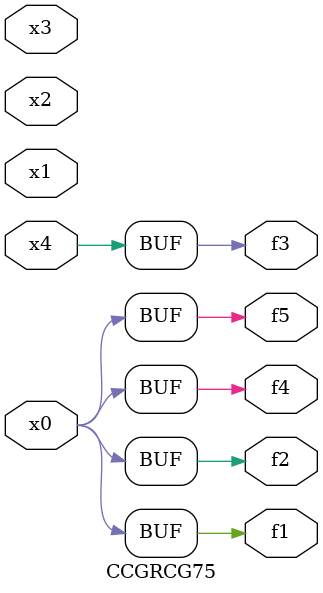
<source format=v>
module CCGRCG75(
	input x0, x1, x2, x3, x4,
	output f1, f2, f3, f4, f5
);
	assign f1 = x0;
	assign f2 = x0;
	assign f3 = x4;
	assign f4 = x0;
	assign f5 = x0;
endmodule

</source>
